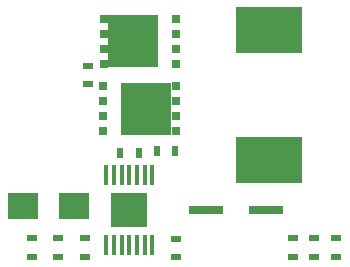
<source format=gtp>
G04*
G04 #@! TF.GenerationSoftware,Altium Limited,Altium Designer,20.0.12 (288)*
G04*
G04 Layer_Color=8421504*
%FSLAX44Y44*%
%MOMM*%
G71*
G01*
G75*
%ADD13O,0.4200X1.7800*%
%ADD14R,3.1000X3.0000*%
%ADD15R,0.9000X0.6000*%
%ADD16R,0.6000X0.9000*%
%ADD17R,0.8000X0.7000*%
%ADD18R,4.3500X4.5000*%
%ADD19R,5.6000X4.0000*%
%ADD20R,2.5000X2.3000*%
%ADD21R,3.0000X0.8000*%
D13*
X904250Y367100D02*
D03*
X910750D02*
D03*
X917250D02*
D03*
X923750D02*
D03*
X930250D02*
D03*
X936750D02*
D03*
X943250D02*
D03*
X904250Y426500D02*
D03*
X910750D02*
D03*
X917250D02*
D03*
X923750D02*
D03*
X930250D02*
D03*
X936750D02*
D03*
X943250D02*
D03*
D14*
X923750Y396800D02*
D03*
D15*
X963000Y357200D02*
D03*
Y372800D02*
D03*
X1080250Y357450D02*
D03*
Y373050D02*
D03*
X1062500D02*
D03*
Y357450D02*
D03*
X886000Y373050D02*
D03*
Y357450D02*
D03*
X841000D02*
D03*
Y373050D02*
D03*
X889000Y519050D02*
D03*
Y503450D02*
D03*
X1098750Y373050D02*
D03*
Y357450D02*
D03*
X863500Y373050D02*
D03*
Y357450D02*
D03*
D16*
X946700Y446750D02*
D03*
X962300D02*
D03*
X916000Y445750D02*
D03*
X931600D02*
D03*
D17*
X901700Y502000D02*
D03*
Y489750D02*
D03*
Y476250D02*
D03*
Y464000D02*
D03*
X962950D02*
D03*
Y476250D02*
D03*
Y489750D02*
D03*
Y502000D02*
D03*
X963600Y520750D02*
D03*
Y533000D02*
D03*
Y546500D02*
D03*
Y558750D02*
D03*
X902350D02*
D03*
Y546500D02*
D03*
Y533000D02*
D03*
Y520750D02*
D03*
D18*
X938200Y483000D02*
D03*
X927100Y539750D02*
D03*
D19*
X1041750Y549250D02*
D03*
Y439250D02*
D03*
D20*
X876750Y400500D02*
D03*
X833750D02*
D03*
D21*
X1039304Y397000D02*
D03*
X988250D02*
D03*
M02*

</source>
